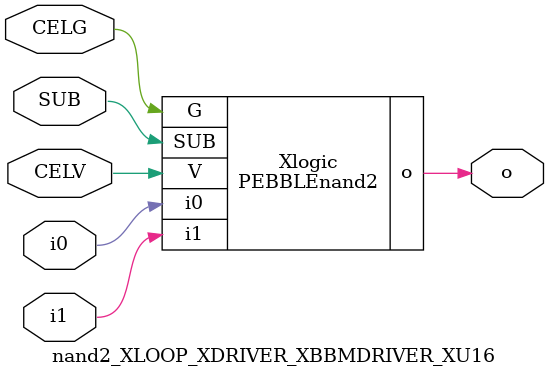
<source format=v>



module PEBBLEnand2 ( o, G, SUB, V, i0, i1 );

  input i0;
  input V;
  input i1;
  input G;
  output o;
  input SUB;
endmodule

//Celera Confidential Do Not Copy nand2_XLOOP_XDRIVER_XBBMDRIVER_XU16
//Celera Confidential Symbol Generator
//5V NAND2
module nand2_XLOOP_XDRIVER_XBBMDRIVER_XU16 (CELV,CELG,i0,i1,o,SUB);
input CELV;
input CELG;
input i0;
input i1;
input SUB;
output o;

//Celera Confidential Do Not Copy nand2
PEBBLEnand2 Xlogic(
.V (CELV),
.i0 (i0),
.i1 (i1),
.o (o),
.SUB (SUB),
.G (CELG)
);
//,diesize,PEBBLEnand2

//Celera Confidential Do Not Copy Module End
//Celera Schematic Generator
endmodule

</source>
